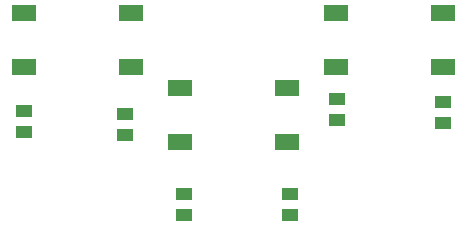
<source format=gbr>
G04 #@! TF.GenerationSoftware,KiCad,Pcbnew,(5.1.4)-1*
G04 #@! TF.CreationDate,2019-11-04T21:22:20-05:00*
G04 #@! TF.ProjectId,ButtonBoard,42757474-6f6e-4426-9f61-72642e6b6963,rev?*
G04 #@! TF.SameCoordinates,Original*
G04 #@! TF.FileFunction,Paste,Top*
G04 #@! TF.FilePolarity,Positive*
%FSLAX46Y46*%
G04 Gerber Fmt 4.6, Leading zero omitted, Abs format (unit mm)*
G04 Created by KiCad (PCBNEW (5.1.4)-1) date 2019-11-04 21:22:20*
%MOMM*%
%LPD*%
G04 APERTURE LIST*
%ADD10R,1.400000X1.016000*%
%ADD11R,1.397000X1.016000*%
%ADD12R,2.100000X1.400000*%
G04 APERTURE END LIST*
D10*
X4000000Y-6221000D03*
X4000000Y-8000000D03*
X18000000Y-13000000D03*
X18000000Y-14779000D03*
X31000000Y-7000000D03*
X31000000Y-5221000D03*
D11*
X-4500000Y-6000000D03*
X-4500000Y-7778000D03*
X9000000Y-14778000D03*
X9000000Y-13000000D03*
X22000000Y-6778000D03*
X22000000Y-5000000D03*
D12*
X4550000Y2250000D03*
X4550000Y-2250000D03*
X-4550000Y-2250000D03*
X-4550000Y2250000D03*
X8658000Y-4100000D03*
X8658000Y-8600000D03*
X17758000Y-8600000D03*
X17758000Y-4100000D03*
X30966000Y2250000D03*
X30966000Y-2250000D03*
X21866000Y-2250000D03*
X21866000Y2250000D03*
M02*

</source>
